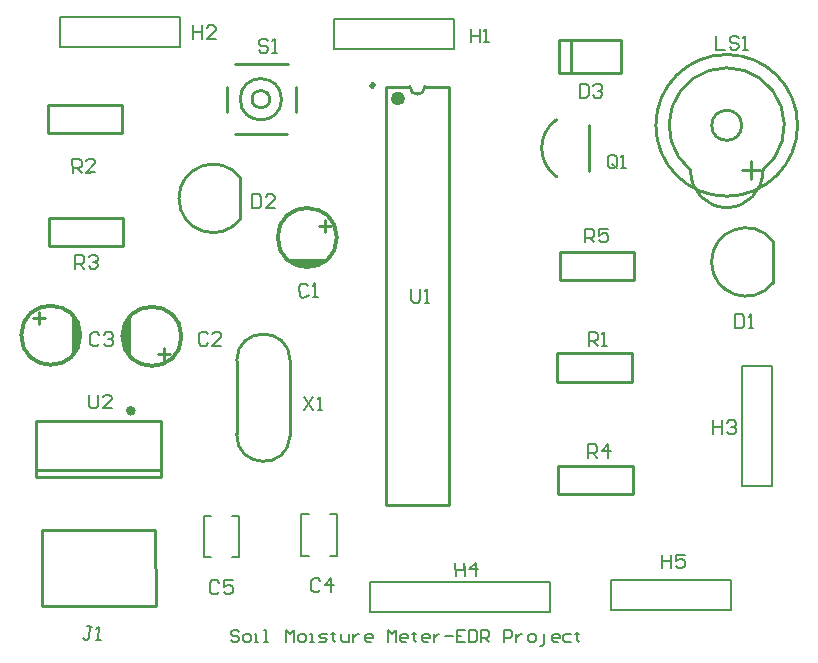
<source format=gbr>
G04*
G04 #@! TF.GenerationSoftware,Altium Limited,Altium Designer,22.4.2 (48)*
G04*
G04 Layer_Color=65535*
%FSLAX25Y25*%
%MOIN*%
G70*
G04*
G04 #@! TF.SameCoordinates,05EB306F-8607-470A-85BC-A44C10D5EEA8*
G04*
G04*
G04 #@! TF.FilePolarity,Positive*
G04*
G01*
G75*
%ADD10C,0.01000*%
%ADD11C,0.01181*%
%ADD12C,0.02362*%
%ADD13C,0.01575*%
%ADD14C,0.00790*%
%ADD15C,0.00800*%
%ADD16C,0.00799*%
%ADD17C,0.00600*%
G36*
X33370Y114491D02*
X34029Y113862D01*
X35067Y112364D01*
X35783Y110688D01*
X36149Y108902D01*
Y107080D01*
X35783Y105294D01*
X35067Y103619D01*
X34029Y102121D01*
X33370Y101491D01*
D01*
Y114491D01*
Y114491D01*
D02*
G37*
G36*
X52929Y101121D02*
X52271Y101751D01*
X51232Y103248D01*
X50516Y104924D01*
X50150Y106710D01*
Y108532D01*
X50516Y110318D01*
X51232Y111994D01*
X52271Y113491D01*
X52929Y114121D01*
X52929Y114121D01*
Y101121D01*
X52929D01*
D02*
G37*
G36*
X118292Y133513D02*
X117662Y132854D01*
X116165Y131816D01*
X114489Y131099D01*
X112703Y130734D01*
X110881D01*
X109095Y131099D01*
X107419Y131816D01*
X105921Y132854D01*
X105292Y133513D01*
Y133513D01*
X118292D01*
X118292Y133513D01*
D02*
G37*
D10*
X256607Y177954D02*
G03*
X256607Y177954I-5000J0D01*
G01*
X275229D02*
G03*
X275229Y177954I-23622J0D01*
G01*
X239606Y162954D02*
G03*
X263607Y162954I12000J-410D01*
G01*
Y162954D02*
G03*
X239606Y162954I-12000J14999D01*
G01*
X145998Y190841D02*
G03*
X150998Y190841I2500J0D01*
G01*
X266971Y139423D02*
G03*
X266971Y125423I-9000J-7000D01*
G01*
X89405Y160608D02*
G03*
X89405Y146608I-9000J-7000D01*
G01*
X194892Y179866D02*
G03*
X194892Y160866I6632J-9500D01*
G01*
X103215Y186658D02*
G03*
X103215Y186658I-6890J0D01*
G01*
X99274D02*
G03*
X99274Y186658I-2950J0D01*
G01*
X106058Y99521D02*
G03*
X88275Y99521I-8891J-30D01*
G01*
X88275Y75130D02*
G03*
X106061Y74487I8894J-293D01*
G01*
X259607Y159953D02*
Y165954D01*
X256607Y162953D02*
X262607D01*
X138065Y190836D02*
X145998D01*
X138065Y51466D02*
Y190836D01*
Y51466D02*
X158931D01*
Y190836D01*
X150998D02*
X158931D01*
X266971Y125423D02*
Y139423D01*
X199616Y195393D02*
Y206416D01*
X195839Y195393D02*
Y206416D01*
Y195393D02*
X216312D01*
Y206416D01*
X195839D02*
X216312D01*
X117697Y142545D02*
Y146545D01*
X115666Y144513D02*
X119666D01*
X61962Y101716D02*
X65961D01*
X63929Y99747D02*
Y103747D01*
X20338Y113896D02*
X24338D01*
X22370Y111865D02*
Y115865D01*
X89405Y146608D02*
Y160608D01*
X61454Y18465D02*
Y20165D01*
X57829Y43215D02*
X61054D01*
X61454Y17815D01*
X58054D02*
X61454D01*
X23254D02*
Y43015D01*
Y17815D02*
X58054D01*
X23254Y43015D02*
X57829Y43215D01*
X205856Y162571D02*
Y178161D01*
X195156Y92556D02*
Y101956D01*
X219956D01*
Y92556D02*
Y101956D01*
X195156Y92556D02*
X219956D01*
X25247Y175475D02*
Y184875D01*
X50047D01*
Y175475D02*
Y184875D01*
X25247Y175475D02*
X50047D01*
X25617Y137717D02*
Y147117D01*
X50417D01*
Y137717D02*
Y147117D01*
X25617Y137717D02*
X50417D01*
X220326Y55169D02*
Y64569D01*
X195526Y55169D02*
X220326D01*
X195526D02*
Y64569D01*
X220326D01*
X220828Y126430D02*
Y135830D01*
X196028Y126430D02*
X220828D01*
X196028D02*
Y135830D01*
X220828D01*
X87547Y198284D02*
X105463D01*
X107910Y182253D02*
Y190682D01*
X87830Y175059D02*
X105179D01*
X85080Y182258D02*
Y190677D01*
X21214Y60663D02*
X62954D01*
X21214D02*
Y79553D01*
X62954D01*
Y60683D02*
Y79553D01*
Y60663D02*
Y60683D01*
X21218Y63022D02*
X62950D01*
X88271Y76884D02*
Y99521D01*
Y75954D02*
Y76884D01*
Y75094D02*
Y75954D01*
X106058Y75307D02*
Y99521D01*
Y74450D02*
Y75307D01*
D11*
X133538Y191781D02*
G03*
X133548Y191781I5J-591D01*
G01*
X121635Y140576D02*
G03*
X121635Y140576I-9843J0D01*
G01*
X69835Y107621D02*
G03*
X69835Y107621I-9843J0D01*
G01*
X36150Y107991D02*
G03*
X36150Y107991I-9843J0D01*
G01*
D12*
X141998Y188081D02*
G03*
X142018Y188081I10J-1181D01*
G01*
D13*
X52989Y82018D02*
G03*
X52979Y82018I-5J787D01*
G01*
D14*
X109848Y34470D02*
Y48250D01*
X121659Y34470D02*
Y48250D01*
X119226Y34470D02*
X121659D01*
X109848D02*
X112281D01*
X109848Y48250D02*
X112281D01*
X119226D02*
X121659D01*
X77273Y34100D02*
Y47880D01*
X89084Y34100D02*
Y47880D01*
X86651Y34100D02*
X89084D01*
X77273D02*
X79706D01*
X77273Y47880D02*
X79706D01*
X86651D02*
X89084D01*
D15*
X160738Y203308D02*
Y213308D01*
X120738Y203308D02*
X160738D01*
X120738D02*
Y213308D01*
X128237D01*
X29300Y204048D02*
Y214048D01*
X69300D01*
Y204048D02*
Y214048D01*
X61800Y204048D02*
X69300D01*
X256601Y97825D02*
X266601D01*
Y57825D02*
Y97825D01*
X256601Y57825D02*
X266601D01*
X256601D02*
Y65325D01*
X252910Y16371D02*
Y26371D01*
X212910Y16371D02*
X252910D01*
X212910D02*
Y26371D01*
X220410D01*
X132578Y25631D02*
X140077D01*
X132578Y15631D02*
Y25631D01*
Y15631D02*
X192578D01*
Y25631D01*
D16*
X128237Y213308D02*
X160738D01*
X29300Y204048D02*
X61800D01*
X256601Y65325D02*
Y97825D01*
X220410Y26371D02*
X252910D01*
X140077Y25631D02*
X192578D01*
X88963Y8991D02*
X88306Y9647D01*
X86995D01*
X86339Y8991D01*
Y8335D01*
X86995Y7679D01*
X88306D01*
X88963Y7023D01*
Y6367D01*
X88306Y5711D01*
X86995D01*
X86339Y6367D01*
X90930Y5711D02*
X92242D01*
X92898Y6367D01*
Y7679D01*
X92242Y8335D01*
X90930D01*
X90274Y7679D01*
Y6367D01*
X90930Y5711D01*
X94210D02*
X95522D01*
X94866D01*
Y8335D01*
X94210D01*
X97490Y5711D02*
X98802D01*
X98146D01*
Y9647D01*
X97490D01*
X104705Y5711D02*
Y9647D01*
X106017Y8335D01*
X107329Y9647D01*
Y5711D01*
X109297D02*
X110609D01*
X111265Y6367D01*
Y7679D01*
X110609Y8335D01*
X109297D01*
X108641Y7679D01*
Y6367D01*
X109297Y5711D01*
X112577D02*
X113889D01*
X113233D01*
Y8335D01*
X112577D01*
X115857Y5711D02*
X117824D01*
X118480Y6367D01*
X117824Y7023D01*
X116513D01*
X115857Y7679D01*
X116513Y8335D01*
X118480D01*
X120448Y8991D02*
Y8335D01*
X119792D01*
X121104D01*
X120448D01*
Y6367D01*
X121104Y5711D01*
X123072Y8335D02*
Y6367D01*
X123728Y5711D01*
X125696D01*
Y8335D01*
X127008D02*
Y5711D01*
Y7023D01*
X127664Y7679D01*
X128320Y8335D01*
X128976D01*
X132911Y5711D02*
X131599D01*
X130944Y6367D01*
Y7679D01*
X131599Y8335D01*
X132911D01*
X133567Y7679D01*
Y7023D01*
X130944D01*
X138815Y5711D02*
Y9647D01*
X140127Y8335D01*
X141439Y9647D01*
Y5711D01*
X144719D02*
X143407D01*
X142751Y6367D01*
Y7679D01*
X143407Y8335D01*
X144719D01*
X145375Y7679D01*
Y7023D01*
X142751D01*
X147342Y8991D02*
Y8335D01*
X146686D01*
X147998D01*
X147342D01*
Y6367D01*
X147998Y5711D01*
X151934D02*
X150622D01*
X149966Y6367D01*
Y7679D01*
X150622Y8335D01*
X151934D01*
X152590Y7679D01*
Y7023D01*
X149966D01*
X153902Y8335D02*
Y5711D01*
Y7023D01*
X154558Y7679D01*
X155214Y8335D01*
X155870D01*
X157838Y7679D02*
X160461D01*
X164397Y9647D02*
X161773D01*
Y5711D01*
X164397D01*
X161773Y7679D02*
X163085D01*
X165709Y9647D02*
Y5711D01*
X167677D01*
X168333Y6367D01*
Y8991D01*
X167677Y9647D01*
X165709D01*
X169645Y5711D02*
Y9647D01*
X171613D01*
X172269Y8991D01*
Y7679D01*
X171613Y7023D01*
X169645D01*
X170957D02*
X172269Y5711D01*
X177516D02*
Y9647D01*
X179484D01*
X180140Y8991D01*
Y7679D01*
X179484Y7023D01*
X177516D01*
X181452Y8335D02*
Y5711D01*
Y7023D01*
X182108Y7679D01*
X182764Y8335D01*
X183420D01*
X186044Y5711D02*
X187356D01*
X188012Y6367D01*
Y7679D01*
X187356Y8335D01*
X186044D01*
X185388Y7679D01*
Y6367D01*
X186044Y5711D01*
X189324Y4399D02*
X189980D01*
X190636Y5055D01*
Y8335D01*
X195227Y5711D02*
X193915D01*
X193259Y6367D01*
Y7679D01*
X193915Y8335D01*
X195227D01*
X195883Y7679D01*
Y7023D01*
X193259D01*
X199819Y8335D02*
X197851D01*
X197195Y7679D01*
Y6367D01*
X197851Y5711D01*
X199819D01*
X201787Y8991D02*
Y8335D01*
X201131D01*
X202443D01*
X201787D01*
Y6367D01*
X202443Y5711D01*
D17*
X202558Y191713D02*
Y187215D01*
X204807D01*
X205557Y187964D01*
Y190963D01*
X204807Y191713D01*
X202558D01*
X207057Y190963D02*
X207806Y191713D01*
X209306D01*
X210056Y190963D01*
Y190214D01*
X209306Y189464D01*
X208556D01*
X209306D01*
X210056Y188714D01*
Y187964D01*
X209306Y187215D01*
X207806D01*
X207057Y187964D01*
X112077Y124375D02*
X111287Y125083D01*
X109790Y125001D01*
X109082Y124212D01*
X109246Y121217D01*
X110035Y120509D01*
X111532Y120591D01*
X112240Y121380D01*
X113778Y120713D02*
X115276Y120795D01*
X114527Y120754D01*
X114282Y125246D01*
X113574Y124457D01*
X78630Y108259D02*
X77880Y109009D01*
X76380D01*
X75631Y108259D01*
Y105260D01*
X76380Y104510D01*
X77880D01*
X78630Y105260D01*
X83128Y104510D02*
X80129D01*
X83128Y107509D01*
Y108259D01*
X82379Y109009D01*
X80879D01*
X80129Y108259D01*
X42486Y108202D02*
X41736Y108952D01*
X40237D01*
X39487Y108202D01*
Y105203D01*
X40237Y104454D01*
X41736D01*
X42486Y105203D01*
X43985Y108202D02*
X44735Y108952D01*
X46235D01*
X46984Y108202D01*
Y107453D01*
X46235Y106703D01*
X45485D01*
X46235D01*
X46984Y105953D01*
Y105203D01*
X46235Y104454D01*
X44735D01*
X43985Y105203D01*
X116124Y26179D02*
X115375Y26929D01*
X113875D01*
X113125Y26179D01*
Y23180D01*
X113875Y22430D01*
X115375D01*
X116124Y23180D01*
X119873Y22430D02*
Y26929D01*
X117624Y24679D01*
X120623D01*
X82384Y25525D02*
X81634Y26275D01*
X80135D01*
X79385Y25525D01*
Y22526D01*
X80135Y21776D01*
X81634D01*
X82384Y22526D01*
X86883Y26275D02*
X83884D01*
Y24025D01*
X85383Y24775D01*
X86133D01*
X86883Y24025D01*
Y22526D01*
X86133Y21776D01*
X84634D01*
X83884Y22526D01*
X254468Y114917D02*
Y110418D01*
X256717D01*
X257467Y111168D01*
Y114167D01*
X256717Y114917D01*
X254468D01*
X258966Y110418D02*
X260466D01*
X259716D01*
Y114917D01*
X258966Y114167D01*
X93403Y154919D02*
Y150420D01*
X95652D01*
X96402Y151170D01*
Y154169D01*
X95652Y154919D01*
X93403D01*
X100900Y150420D02*
X97901D01*
X100900Y153420D01*
Y154169D01*
X100151Y154919D01*
X98651D01*
X97901Y154169D01*
X166287Y210110D02*
Y205612D01*
Y207861D01*
X169286D01*
Y210110D01*
Y205612D01*
X170785D02*
X172285D01*
X171535D01*
Y210110D01*
X170785Y209361D01*
X73791Y211240D02*
Y206742D01*
Y208991D01*
X76790D01*
Y211240D01*
Y206742D01*
X81288D02*
X78289D01*
X81288Y209741D01*
Y210490D01*
X80539Y211240D01*
X79039D01*
X78289Y210490D01*
X247130Y79590D02*
Y75092D01*
Y77341D01*
X250130D01*
Y79590D01*
Y75092D01*
X251629Y78840D02*
X252379Y79590D01*
X253878D01*
X254628Y78840D01*
Y78091D01*
X253878Y77341D01*
X253129D01*
X253878D01*
X254628Y76591D01*
Y75841D01*
X253878Y75092D01*
X252379D01*
X251629Y75841D01*
X230050Y34896D02*
Y30398D01*
Y32647D01*
X233049D01*
Y34896D01*
Y30398D01*
X237547Y34896D02*
X234548D01*
Y32647D01*
X236048Y33397D01*
X236798D01*
X237547Y32647D01*
Y31147D01*
X236798Y30398D01*
X235298D01*
X234548Y31147D01*
X161171Y32068D02*
X161266Y27571D01*
X161219Y29819D01*
X164217Y29883D01*
X164169Y32132D01*
X164265Y27634D01*
X168013Y27714D02*
X167917Y32212D01*
X165716Y29915D01*
X168714Y29979D01*
X40003Y10892D02*
X38503Y10917D01*
X39253Y10904D01*
X39189Y7156D01*
X38426Y6419D01*
X37677Y6432D01*
X36940Y7195D01*
X41425Y6368D02*
X42924Y6342D01*
X42175Y6355D01*
X42252Y10853D01*
X41489Y10116D01*
X248107Y207702D02*
Y203204D01*
X251106D01*
X255604Y206952D02*
X254854Y207702D01*
X253355D01*
X252605Y206952D01*
Y206203D01*
X253355Y205453D01*
X254854D01*
X255604Y204703D01*
Y203953D01*
X254854Y203204D01*
X253355D01*
X252605Y203953D01*
X257104Y203204D02*
X258603D01*
X257853D01*
Y207702D01*
X257104Y206952D01*
X214950Y164366D02*
Y167365D01*
X214201Y168115D01*
X212701D01*
X211951Y167365D01*
Y164366D01*
X212701Y163616D01*
X214201D01*
X213451Y165116D02*
X214950Y163616D01*
X214201D02*
X214950Y164366D01*
X216450Y163616D02*
X217949D01*
X217200D01*
Y168115D01*
X216450Y167365D01*
X205556Y104506D02*
Y109005D01*
X207805D01*
X208555Y108255D01*
Y106755D01*
X207805Y106006D01*
X205556D01*
X207056D02*
X208555Y104506D01*
X210055D02*
X211554D01*
X210804D01*
Y109005D01*
X210055Y108255D01*
X33633Y162138D02*
X33537Y166636D01*
X35786Y166683D01*
X36551Y165950D01*
X36583Y164451D01*
X35849Y163685D01*
X33601Y163637D01*
X35100Y163669D02*
X36631Y162202D01*
X41128Y162298D02*
X38130Y162234D01*
X41065Y165296D01*
X41049Y166046D01*
X40283Y166779D01*
X38784Y166747D01*
X38050Y165982D01*
X34422Y130201D02*
Y134699D01*
X36671D01*
X37421Y133950D01*
Y132450D01*
X36671Y131700D01*
X34422D01*
X35922D02*
X37421Y130201D01*
X38921Y133950D02*
X39670Y134699D01*
X41170D01*
X41920Y133950D01*
Y133200D01*
X41170Y132450D01*
X40420D01*
X41170D01*
X41920Y131700D01*
Y130951D01*
X41170Y130201D01*
X39670D01*
X38921Y130951D01*
X205426Y67119D02*
Y71617D01*
X207676D01*
X208425Y70868D01*
Y69368D01*
X207676Y68618D01*
X205426D01*
X206926D02*
X208425Y67119D01*
X212174D02*
Y71617D01*
X209925Y69368D01*
X212924D01*
X204541Y138970D02*
Y143469D01*
X206790D01*
X207540Y142719D01*
Y141220D01*
X206790Y140470D01*
X204541D01*
X206041D02*
X207540Y138970D01*
X212039Y143469D02*
X209040D01*
Y141220D01*
X210539Y141970D01*
X211289D01*
X212039Y141220D01*
Y139720D01*
X211289Y138970D01*
X209789D01*
X209040Y139720D01*
X98694Y205941D02*
X97944Y206691D01*
X96444D01*
X95695Y205941D01*
Y205191D01*
X96444Y204441D01*
X97944D01*
X98694Y203692D01*
Y202942D01*
X97944Y202192D01*
X96444D01*
X95695Y202942D01*
X100193Y202192D02*
X101693D01*
X100943D01*
Y206691D01*
X100193Y205941D01*
X146498Y123399D02*
Y119651D01*
X147248Y118901D01*
X148747D01*
X149497Y119651D01*
Y123399D01*
X150996Y118901D02*
X152496D01*
X151746D01*
Y123399D01*
X150996Y122650D01*
X39083Y88093D02*
Y84344D01*
X39833Y83594D01*
X41333D01*
X42082Y84344D01*
Y88093D01*
X46581Y83594D02*
X43582D01*
X46581Y86593D01*
Y87343D01*
X45831Y88093D01*
X44332D01*
X43582Y87343D01*
X110731Y87500D02*
X113730Y83002D01*
Y87500D02*
X110731Y83002D01*
X115230D02*
X116729D01*
X115980D01*
Y87500D01*
X115230Y86751D01*
M02*

</source>
